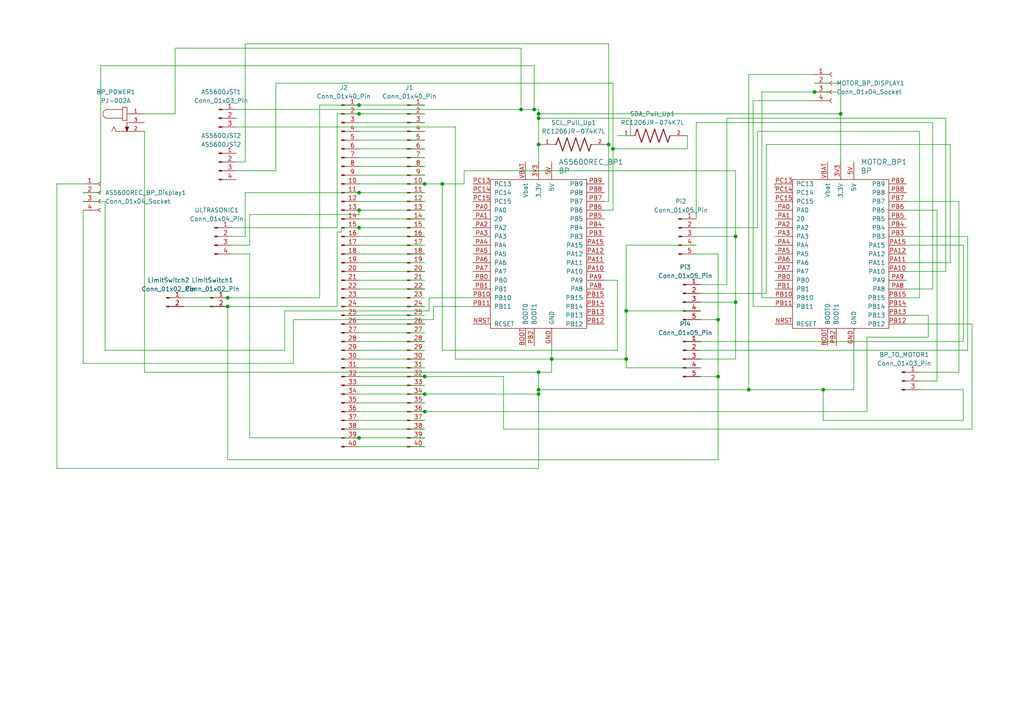
<source format=kicad_sch>
(kicad_sch (version 20230121) (generator eeschema)
  (paper "A4")
  (lib_symbols
    (symbol "BP_1" (pin_names (offset 1.016))
      (property "Reference" "AS5600REC_BP1" (at 5.7659 26.67 0))
      (property "Value" "BP" (at 5.7659 24.13 0))
      (symbol "BP_1_0_1"
        (rectangle (start -13.97 21.59) (end 13.97 -21.59))
      )
      (symbol "BP_1_1_1"
        (pin power_out line (at 0 26.67 270) (length 5.08) (name "3.3V") (number "3V3"))
        (pin power_out line (at 3.81 26.67 270) (length 5.08) (name "5V") (number "5V"))
        (pin input line (at -3.81 -26.67 90) (length 5.08) (name "BOOT0") (number "BOOT"))
        (pin power_out line (at 3.81 -26.67 90) (length 5.08) (name "GND") (number "GND"))
        (pin input line (at -19.05 -20.32 0) (length 5.08) (name "RESET") (number "NRST"))
        (pin bidirectional line (at -19.05 12.7 0) (length 5.08) (name "PA0") (number "PA0"))
        (pin bidirectional line (at -19.05 10.16 0) (length 5.08) (name "20") (number "PA1"))
        (pin bidirectional line (at 19.05 -5.08 180) (length 5.08) (name "PA10") (number "PA10"))
        (pin bidirectional line (at 19.05 -2.54 180) (length 5.08) (name "PA11") (number "PA11"))
        (pin bidirectional line (at 19.05 0 180) (length 5.08) (name "PA12") (number "PA12"))
        (pin bidirectional line (at 19.05 2.54 180) (length 5.08) (name "PA15") (number "PA15"))
        (pin bidirectional line (at -19.05 7.62 0) (length 5.08) (name "PA2") (number "PA2"))
        (pin bidirectional line (at -19.05 5.08 0) (length 5.08) (name "PA3") (number "PA3"))
        (pin bidirectional line (at -19.05 2.54 0) (length 5.08) (name "PA4") (number "PA4"))
        (pin bidirectional line (at -19.05 0 0) (length 5.08) (name "PA5") (number "PA5"))
        (pin bidirectional line (at -19.05 -2.54 0) (length 5.08) (name "PA6") (number "PA6"))
        (pin bidirectional line (at -19.05 -5.08 0) (length 5.08) (name "PA7") (number "PA7"))
        (pin bidirectional line (at 19.05 -10.16 180) (length 5.08) (name "PA8") (number "PA8"))
        (pin bidirectional line (at 19.05 -7.62 180) (length 5.08) (name "PA9") (number "PA9"))
        (pin bidirectional line (at -19.05 -7.62 0) (length 5.08) (name "PB0") (number "PB0"))
        (pin bidirectional line (at -19.05 -10.16 0) (length 5.08) (name "PB1") (number "PB1"))
        (pin bidirectional line (at -19.05 -12.7 0) (length 5.08) (name "PB10") (number "PB10"))
        (pin bidirectional line (at -19.05 -15.24 0) (length 5.08) (name "PB11") (number "PB11"))
        (pin bidirectional line (at 19.05 -20.32 180) (length 5.08) (name "PB12") (number "PB12"))
        (pin bidirectional line (at 19.05 -17.78 180) (length 5.08) (name "PB13") (number "PB13"))
        (pin bidirectional line (at 19.05 -15.24 180) (length 5.08) (name "PB14") (number "PB14"))
        (pin bidirectional line (at 19.05 -12.7 180) (length 5.08) (name "PB15") (number "PB15"))
        (pin input line (at -1.27 -26.67 90) (length 5.08) (name "BOOT1") (number "PB2"))
        (pin bidirectional line (at 19.05 5.08 180) (length 5.08) (name "PB3") (number "PB3"))
        (pin bidirectional line (at 19.05 7.62 180) (length 5.08) (name "PB4") (number "PB4"))
        (pin bidirectional line (at 19.05 10.16 180) (length 5.08) (name "PB5") (number "PB5"))
        (pin bidirectional line (at 19.05 12.7 180) (length 5.08) (name "PB6") (number "PB6"))
        (pin bidirectional line (at 19.05 15.24 180) (length 5.08) (name "PB7") (number "PB7"))
        (pin bidirectional line (at 19.05 17.78 180) (length 5.08) (name "PB8") (number "PB8"))
        (pin bidirectional line (at 19.05 20.32 180) (length 5.08) (name "PB9") (number "PB9"))
        (pin bidirectional line (at -19.05 20.32 0) (length 5.08) (name "PC13") (number "PC13"))
        (pin bidirectional line (at -19.05 17.78 0) (length 5.08) (name "PC14") (number "PC14"))
        (pin bidirectional line (at -19.05 15.24 0) (length 5.08) (name "PC15") (number "PC15"))
        (pin power_in line (at -3.81 26.67 270) (length 5.08) (name "Vbat") (number "VBAT"))
      )
    )
    (symbol "Connector:Conn_01x02_Pin" (pin_names (offset 1.016) hide)
      (property "Reference" "J" (at 0 2.54 0))
      (property "Value" "Conn_01x02_Pin" (at 0 -5.08 0))
      (symbol "Conn_01x02_Pin_1_1"
        (polyline (pts (xy 1.27 -2.54) (xy 0.8636 -2.54)) (stroke (width 0.1524)))
        (polyline (pts (xy 1.27 0) (xy 0.8636 0)) (stroke (width 0.1524)))
        (rectangle (start 0.8636 -2.413) (end 0 -2.667) (stroke (width 0.1524)) (fill (type outline)))
        (rectangle (start 0.8636 0.127) (end 0 -0.127) (stroke (width 0.1524)) (fill (type outline)))
        (pin passive line (at 5.08 0 180) (length 3.81) (name "Pin_1") (number "1"))
        (pin passive line (at 5.08 -2.54 180) (length 3.81) (name "Pin_2") (number "2"))
      )
    )
    (symbol "Connector:Conn_01x03_Pin" (pin_names (offset 1.016) hide)
      (property "Reference" "J" (at 0 5.08 0))
      (property "Value" "Conn_01x03_Pin" (at 0 -5.08 0))
      (symbol "Conn_01x03_Pin_1_1"
        (polyline (pts (xy 1.27 -2.54) (xy 0.8636 -2.54)) (stroke (width 0.1524)))
        (polyline (pts (xy 1.27 0) (xy 0.8636 0)) (stroke (width 0.1524)))
        (polyline (pts (xy 1.27 2.54) (xy 0.8636 2.54)) (stroke (width 0.1524)))
        (rectangle (start 0.8636 -2.413) (end 0 -2.667) (stroke (width 0.1524)) (fill (type outline)))
        (rectangle (start 0.8636 0.127) (end 0 -0.127) (stroke (width 0.1524)) (fill (type outline)))
        (rectangle (start 0.8636 2.667) (end 0 2.413) (stroke (width 0.1524)) (fill (type outline)))
        (pin passive line (at 5.08 2.54 180) (length 3.81) (name "Pin_1") (number "1"))
        (pin passive line (at 5.08 0 180) (length 3.81) (name "Pin_2") (number "2"))
        (pin passive line (at 5.08 -2.54 180) (length 3.81) (name "Pin_3") (number "3"))
      )
    )
    (symbol "Connector:Conn_01x04_Pin" (pin_names (offset 1.016) hide)
      (property "Reference" "J" (at 0 5.08 0))
      (property "Value" "Conn_01x04_Pin" (at 0 -7.62 0))
      (symbol "Conn_01x04_Pin_1_1"
        (polyline (pts (xy 1.27 -5.08) (xy 0.8636 -5.08)) (stroke (width 0.1524)))
        (polyline (pts (xy 1.27 -2.54) (xy 0.8636 -2.54)) (stroke (width 0.1524)))
        (polyline (pts (xy 1.27 0) (xy 0.8636 0)) (stroke (width 0.1524)))
        (polyline (pts (xy 1.27 2.54) (xy 0.8636 2.54)) (stroke (width 0.1524)))
        (rectangle (start 0.8636 -4.953) (end 0 -5.207) (stroke (width 0.1524)) (fill (type outline)))
        (rectangle (start 0.8636 -2.413) (end 0 -2.667) (stroke (width 0.1524)) (fill (type outline)))
        (rectangle (start 0.8636 0.127) (end 0 -0.127) (stroke (width 0.1524)) (fill (type outline)))
        (rectangle (start 0.8636 2.667) (end 0 2.413) (stroke (width 0.1524)) (fill (type outline)))
        (pin passive line (at 5.08 2.54 180) (length 3.81) (name "Pin_1") (number "1"))
        (pin passive line (at 5.08 0 180) (length 3.81) (name "Pin_2") (number "2"))
        (pin passive line (at 5.08 -2.54 180) (length 3.81) (name "Pin_3") (number "3"))
        (pin passive line (at 5.08 -5.08 180) (length 3.81) (name "Pin_4") (number "4"))
      )
    )
    (symbol "Connector:Conn_01x04_Socket" (pin_names (offset 1.016) hide)
      (property "Reference" "J" (at 0 5.08 0))
      (property "Value" "Conn_01x04_Socket" (at 0 -7.62 0))
      (symbol "Conn_01x04_Socket_1_1"
        (arc (start 0 -4.572) (mid -0.5058 -5.08) (end 0 -5.588) (stroke (width 0.1524)))
        (arc (start 0 -2.032) (mid -0.5058 -2.54) (end 0 -3.048) (stroke (width 0.1524)))
        (polyline (pts (xy -1.27 -5.08) (xy -0.508 -5.08)) (stroke (width 0.1524)))
        (polyline (pts (xy -1.27 -2.54) (xy -0.508 -2.54)) (stroke (width 0.1524)))
        (polyline (pts (xy -1.27 0) (xy -0.508 0)) (stroke (width 0.1524)))
        (polyline (pts (xy -1.27 2.54) (xy -0.508 2.54)) (stroke (width 0.1524)))
        (arc (start 0 0.508) (mid -0.5058 0) (end 0 -0.508) (stroke (width 0.1524)))
        (arc (start 0 3.048) (mid -0.5058 2.54) (end 0 2.032) (stroke (width 0.1524)))
        (pin passive line (at -5.08 2.54 0) (length 3.81) (name "Pin_1") (number "1"))
        (pin passive line (at -5.08 0 0) (length 3.81) (name "Pin_2") (number "2"))
        (pin passive line (at -5.08 -2.54 0) (length 3.81) (name "Pin_3") (number "3"))
        (pin passive line (at -5.08 -5.08 0) (length 3.81) (name "Pin_4") (number "4"))
      )
    )
    (symbol "Connector:Conn_01x05_Pin" (pin_names (offset 1.016) hide)
      (property "Reference" "J" (at 0 7.62 0))
      (property "Value" "Conn_01x05_Pin" (at 0 -7.62 0))
      (symbol "Conn_01x05_Pin_1_1"
        (polyline (pts (xy 1.27 -5.08) (xy 0.8636 -5.08)) (stroke (width 0.1524)))
        (polyline (pts (xy 1.27 -2.54) (xy 0.8636 -2.54)) (stroke (width 0.1524)))
        (polyline (pts (xy 1.27 0) (xy 0.8636 0)) (stroke (width 0.1524)))
        (polyline (pts (xy 1.27 2.54) (xy 0.8636 2.54)) (stroke (width 0.1524)))
        (polyline (pts (xy 1.27 5.08) (xy 0.8636 5.08)) (stroke (width 0.1524)))
        (rectangle (start 0.8636 -4.953) (end 0 -5.207) (stroke (width 0.1524)) (fill (type outline)))
        (rectangle (start 0.8636 -2.413) (end 0 -2.667) (stroke (width 0.1524)) (fill (type outline)))
        (rectangle (start 0.8636 0.127) (end 0 -0.127) (stroke (width 0.1524)) (fill (type outline)))
        (rectangle (start 0.8636 2.667) (end 0 2.413) (stroke (width 0.1524)) (fill (type outline)))
        (rectangle (start 0.8636 5.207) (end 0 4.953) (stroke (width 0.1524)) (fill (type outline)))
        (pin passive line (at 5.08 5.08 180) (length 3.81) (name "Pin_1") (number "1"))
        (pin passive line (at 5.08 2.54 180) (length 3.81) (name "Pin_2") (number "2"))
        (pin passive line (at 5.08 0 180) (length 3.81) (name "Pin_3") (number "3"))
        (pin passive line (at 5.08 -2.54 180) (length 3.81) (name "Pin_4") (number "4"))
        (pin passive line (at 5.08 -5.08 180) (length 3.81) (name "Pin_5") (number "5"))
      )
    )
    (symbol "Connector:Conn_01x40_Pin" (pin_names (offset 1.016) hide)
      (property "Reference" "J" (at 0 50.8 0))
      (property "Value" "Conn_01x40_Pin" (at 0 -53.34 0))
      (symbol "Conn_01x40_Pin_1_1"
        (polyline (pts (xy 1.27 -50.8) (xy 0.8636 -50.8)) (stroke (width 0.1524)))
        (polyline (pts (xy 1.27 -48.26) (xy 0.8636 -48.26)) (stroke (width 0.1524)))
        (polyline (pts (xy 1.27 -45.72) (xy 0.8636 -45.72)) (stroke (width 0.1524)))
        (polyline (pts (xy 1.27 -43.18) (xy 0.8636 -43.18)) (stroke (width 0.1524)))
        (polyline (pts (xy 1.27 -40.64) (xy 0.8636 -40.64)) (stroke (width 0.1524)))
        (polyline (pts (xy 1.27 -38.1) (xy 0.8636 -38.1)) (stroke (width 0.1524)))
        (polyline (pts (xy 1.27 -35.56) (xy 0.8636 -35.56)) (stroke (width 0.1524)))
        (polyline (pts (xy 1.27 -33.02) (xy 0.8636 -33.02)) (stroke (width 0.1524)))
        (polyline (pts (xy 1.27 -30.48) (xy 0.8636 -30.48)) (stroke (width 0.1524)))
        (polyline (pts (xy 1.27 -27.94) (xy 0.8636 -27.94)) (stroke (width 0.1524)))
        (polyline (pts (xy 1.27 -25.4) (xy 0.8636 -25.4)) (stroke (width 0.1524)))
        (polyline (pts (xy 1.27 -22.86) (xy 0.8636 -22.86)) (stroke (width 0.1524)))
        (polyline (pts (xy 1.27 -20.32) (xy 0.8636 -20.32)) (stroke (width 0.1524)))
        (polyline (pts (xy 1.27 -17.78) (xy 0.8636 -17.78)) (stroke (width 0.1524)))
        (polyline (pts (xy 1.27 -15.24) (xy 0.8636 -15.24)) (stroke (width 0.1524)))
        (polyline (pts (xy 1.27 -12.7) (xy 0.8636 -12.7)) (stroke (width 0.1524)))
        (polyline (pts (xy 1.27 -10.16) (xy 0.8636 -10.16)) (stroke (width 0.1524)))
        (polyline (pts (xy 1.27 -7.62) (xy 0.8636 -7.62)) (stroke (width 0.1524)))
        (polyline (pts (xy 1.27 -5.08) (xy 0.8636 -5.08)) (stroke (width 0.1524)))
        (polyline (pts (xy 1.27 -2.54) (xy 0.8636 -2.54)) (stroke (width 0.1524)))
        (polyline (pts (xy 1.27 0) (xy 0.8636 0)) (stroke (width 0.1524)))
        (polyline (pts (xy 1.27 2.54) (xy 0.8636 2.54)) (stroke (width 0.1524)))
        (polyline (pts (xy 1.27 5.08) (xy 0.8636 5.08)) (stroke (width 0.1524)))
        (polyline (pts (xy 1.27 7.62) (xy 0.8636 7.62)) (stroke (width 0.1524)))
        (polyline (pts (xy 1.27 10.16) (xy 0.8636 10.16)) (stroke (width 0.1524)))
        (polyline (pts (xy 1.27 12.7) (xy 0.8636 12.7)) (stroke (width 0.1524)))
        (polyline (pts (xy 1.27 15.24) (xy 0.8636 15.24)) (stroke (width 0.1524)))
        (polyline (pts (xy 1.27 17.78) (xy 0.8636 17.78)) (stroke (width 0.1524)))
        (polyline (pts (xy 1.27 20.32) (xy 0.8636 20.32)) (stroke (width 0.1524)))
        (polyline (pts (xy 1.27 22.86) (xy 0.8636 22.86)) (stroke (width 0.1524)))
        (polyline (pts (xy 1.27 25.4) (xy 0.8636 25.4)) (stroke (width 0.1524)))
        (polyline (pts (xy 1.27 27.94) (xy 0.8636 27.94)) (stroke (width 0.1524)))
        (polyline (pts (xy 1.27 30.48) (xy 0.8636 30.48)) (stroke (width 0.1524)))
        (polyline (pts (xy 1.27 33.02) (xy 0.8636 33.02)) (stroke (width 0.1524)))
        (polyline (pts (xy 1.27 35.56) (xy 0.8636 35.56)) (stroke (width 0.1524)))
        (polyline (pts (xy 1.27 38.1) (xy 0.8636 38.1)) (stroke (width 0.1524)))
        (polyline (pts (xy 1.27 40.64) (xy 0.8636 40.64)) (stroke (width 0.1524)))
        (polyline (pts (xy 1.27 43.18) (xy 0.8636 43.18)) (stroke (width 0.1524)))
        (polyline (pts (xy 1.27 45.72) (xy 0.8636 45.72)) (stroke (width 0.1524)))
        (polyline (pts (xy 1.27 48.26) (xy 0.8636 48.26)) (stroke (width 0.1524)))
        (rectangle (start 0.8636 -50.673) (end 0 -50.927) (stroke (width 0.1524)) (fill (type outline)))
        (rectangle (start 0.8636 -48.133) (end 0 -48.387) (stroke (width 0.1524)) (fill (type outline)))
        (rectangle (start 0.8636 -45.593) (end 0 -45.847) (stroke (width 0.1524)) (fill (type outline)))
        (rectangle (start 0.8636 -43.053) (end 0 -43.307) (stroke (width 0.1524)) (fill (type outline)))
        (rectangle (start 0.8636 -40.513) (end 0 -40.767) (stroke (width 0.1524)) (fill (type outline)))
        (rectangle (start 0.8636 -37.973) (end 0 -38.227) (stroke (width 0.1524)) (fill (type outline)))
        (rectangle (start 0.8636 -35.433) (end 0 -35.687) (stroke (width 0.1524)) (fill (type outline)))
        (rectangle (start 0.8636 -32.893) (end 0 -33.147) (stroke (width 0.1524)) (fill (type outline)))
        (rectangle (start 0.8636 -30.353) (end 0 -30.607) (stroke (width 0.1524)) (fill (type outline)))
        (rectangle (start 0.8636 -27.813) (end 0 -28.067) (stroke (width 0.1524)) (fill (type outline)))
        (rectangle (start 0.8636 -25.273) (end 0 -25.527) (stroke (width 0.1524)) (fill (type outline)))
        (rectangle (start 0.8636 -22.733) (end 0 -22.987) (stroke (width 0.1524)) (fill (type outline)))
        (rectangle (start 0.8636 -20.193) (end 0 -20.447) (stroke (width 0.1524)) (fill (type outline)))
        (rectangle (start 0.8636 -17.653) (end 0 -17.907) (stroke (width 0.1524)) (fill (type outline)))
        (rectangle (start 0.8636 -15.113) (end 0 -15.367) (stroke (width 0.1524)) (fill (type outline)))
        (rectangle (start 0.8636 -12.573) (end 0 -12.827) (stroke (width 0.1524)) (fill (type outline)))
        (rectangle (start 0.8636 -10.033) (end 0 -10.287) (stroke (width 0.1524)) (fill (type outline)))
        (rectangle (start 0.8636 -7.493) (end 0 -7.747) (stroke (width 0.1524)) (fill (type outline)))
        (rectangle (start 0.8636 -4.953) (end 0 -5.207) (stroke (width 0.1524)) (fill (type outline)))
        (rectangle (start 0.8636 -2.413) (end 0 -2.667) (stroke (width 0.1524)) (fill (type outline)))
        (rectangle (start 0.8636 0.127) (end 0 -0.127) (stroke (width 0.1524)) (fill (type outline)))
        (rectangle (start 0.8636 2.667) (end 0 2.413) (stroke (width 0.1524)) (fill (type outline)))
        (rectangle (start 0.8636 5.207) (end 0 4.953) (stroke (width 0.1524)) (fill (type outline)))
        (rectangle (start 0.8636 7.747) (end 0 7.493) (stroke (width 0.1524)) (fill (type outline)))
        (rectangle (start 0.8636 10.287) (end 0 10.033) (stroke (width 0.1524)) (fill (type outline)))
        (rectangle (start 0.8636 12.827) (end 0 12.573) (stroke (width 0.1524)) (fill (type outline)))
        (rectangle (start 0.8636 15.367) (end 0 15.113) (stroke (width 0.1524)) (fill (type outline)))
        (rectangle (start 0.8636 17.907) (end 0 17.653) (stroke (width 0.1524)) (fill (type outline)))
        (rectangle (start 0.8636 20.447) (end 0 20.193) (stroke (width 0.1524)) (fill (type outline)))
        (rectangle (start 0.8636 22.987) (end 0 22.733) (stroke (width 0.1524)) (fill (type outline)))
        (rectangle (start 0.8636 25.527) (end 0 25.273) (stroke (width 0.1524)) (fill (type outline)))
        (rectangle (start 0.8636 28.067) (end 0 27.813) (stroke (width 0.1524)) (fill (type outline)))
        (rectangle (start 0.8636 30.607) (end 0 30.353) (stroke (width 0.1524)) (fill (type outline)))
        (rectangle (start 0.8636 33.147) (end 0 32.893) (stroke (width 0.1524)) (fill (type outline)))
        (rectangle (start 0.8636 35.687) (end 0 35.433) (stroke (width 0.1524)) (fill (type outline)))
        (rectangle (start 0.8636 38.227) (end 0 37.973) (stroke (width 0.1524)) (fill (type outline)))
        (rectangle (start 0.8636 40.767) (end 0 40.513) (stroke (width 0.1524)) (fill (type outline)))
        (rectangle (start 0.8636 43.307) (end 0 43.053) (stroke (width 0.1524)) (fill (type outline)))
        (rectangle (start 0.8636 45.847) (end 0 45.593) (stroke (width 0.1524)) (fill (type outline)))
        (rectangle (start 0.8636 48.387) (end 0 48.133) (stroke (width 0.1524)) (fill (type outline)))
        (pin passive line (at 5.08 48.26 180) (length 3.81) (name "Pin_1") (number "1"))
        (pin passive line (at 5.08 25.4 180) (length 3.81) (name "Pin_10") (number "10"))
        (pin passive line (at 5.08 22.86 180) (length 3.81) (name "Pin_11") (number "11"))
        (pin passive line (at 5.08 20.32 180) (length 3.81) (name "Pin_12") (number "12"))
        (pin passive line (at 5.08 17.78 180) (length 3.81) (name "Pin_13") (number "13"))
        (pin passive line (at 5.08 15.24 180) (length 3.81) (name "Pin_14") (number "14"))
        (pin passive line (at 5.08 12.7 180) (length 3.81) (name "Pin_15") (number "15"))
        (pin passive line (at 5.08 10.16 180) (length 3.81) (name "Pin_16") (number "16"))
        (pin passive line (at 5.08 7.62 180) (length 3.81) (name "Pin_17") (number "17"))
        (pin passive line (at 5.08 5.08 180) (length 3.81) (name "Pin_18") (number "18"))
        (pin passive line (at 5.08 2.54 180) (length 3.81) (name "Pin_19") (number "19"))
        (pin passive line (at 5.08 45.72 180) (length 3.81) (name "Pin_2") (number "2"))
        (pin passive line (at 5.08 0 180) (length 3.81) (name "Pin_20") (number "20"))
        (pin passive line (at 5.08 -2.54 180) (length 3.81) (name "Pin_21") (number "21"))
        (pin passive line (at 5.08 -5.08 180) (length 3.81) (name "Pin_22") (number "22"))
        (pin passive line (at 5.08 -7.62 180) (length 3.81) (name "Pin_23") (number "23"))
        (pin passive line (at 5.08 -10.16 180) (length 3.81) (name "Pin_24") (number "24"))
        (pin passive line (at 5.08 -12.7 180) (length 3.81) (name "Pin_25") (number "25"))
        (pin passive line (at 5.08 -15.24 180) (length 3.81) (name "Pin_26") (number "26"))
        (pin passive line (at 5.08 -17.78 180) (length 3.81) (name "Pin_27") (number "27"))
        (pin passive line (at 5.08 -20.32 180) (length 3.81) (name "Pin_28") (number "28"))
        (pin passive line (at 5.08 -22.86 180) (length 3.81) (name "Pin_29") (number "29"))
        (pin passive line (at 5.08 43.18 180) (length 3.81) (name "Pin_3") (number "3"))
        (pin passive line (at 5.08 -25.4 180) (length 3.81) (name "Pin_30") (number "30"))
        (pin passive line (at 5.08 -27.94 180) (length 3.81) (name "Pin_31") (number "31"))
        (pin passive line (at 5.08 -30.48 180) (length 3.81) (name "Pin_32") (number "32"))
        (pin passive line (at 5.08 -33.02 180) (length 3.81) (name "Pin_33") (number "33"))
        (pin passive line (at 5.08 -35.56 180) (length 3.81) (name "Pin_34") (number "34"))
        (pin passive line (at 5.08 -38.1 180) (length 3.81) (name "Pin_35") (number "35"))
        (pin passive line (at 5.08 -40.64 180) (length 3.81) (name "Pin_36") (number "36"))
        (pin passive line (at 5.08 -43.18 180) (length 3.81) (name "Pin_37") (number "37"))
        (pin passive line (at 5.08 -45.72 180) (length 3.81) (name "Pin_38") (number "38"))
        (pin passive line (at 5.08 -48.26 180) (length 3.81) (name "Pin_39") (number "39"))
        (pin passive line (at 5.08 40.64 180) (length 3.81) (name "Pin_4") (number "4"))
        (pin passive line (at 5.08 -50.8 180) (length 3.81) (name "Pin_40") (number "40"))
        (pin passive line (at 5.08 38.1 180) (length 3.81) (name "Pin_5") (number "5"))
        (pin passive line (at 5.08 35.56 180) (length 3.81) (name "Pin_6") (number "6"))
        (pin passive line (at 5.08 33.02 180) (length 3.81) (name "Pin_7") (number "7"))
        (pin passive line (at 5.08 30.48 180) (length 3.81) (name "Pin_8") (number "8"))
        (pin passive line (at 5.08 27.94 180) (length 3.81) (name "Pin_9") (number "9"))
      )
    )
    (symbol "PJ-002A:PJ-002A" (pin_names (offset 1.016))
      (property "Reference" "J" (at -7.6212 5.0808 0))
      (property "Value" "PJ-002A" (at -7.6324 -5.0882 0))
      (symbol "PJ-002A_0_0"
        (arc (start -5.715 3.81) (mid -6.9795 2.54) (end -5.715 1.27) (stroke (width 0.1524)))
        (polyline (pts (xy -5.715 3.81) (xy -1.27 3.81)) (stroke (width 0.1524)))
        (polyline (pts (xy -3.81 -1.27) (xy -4.445 -2.54)) (stroke (width 0.1524)))
        (polyline (pts (xy -3.175 -2.54) (xy -3.81 -1.27)) (stroke (width 0.1524)))
        (polyline (pts (xy -1.27 0.635) (xy 0 0.635)) (stroke (width 0.1524)))
        (polyline (pts (xy -1.27 1.27) (xy -5.715 1.27)) (stroke (width 0.1524)))
        (polyline (pts (xy -1.27 1.27) (xy -1.27 0.635)) (stroke (width 0.1524)))
        (polyline (pts (xy -1.27 3.81) (xy -1.27 1.27)) (stroke (width 0.1524)))
        (polyline (pts (xy -1.27 4.445) (xy -1.27 3.81)) (stroke (width 0.1524)))
        (polyline (pts (xy 0 -2.54) (xy -3.175 -2.54)) (stroke (width 0.1524)))
        (polyline (pts (xy 0 0) (xy 0 -2.54)) (stroke (width 0.1524)))
        (polyline (pts (xy 0 0.635) (xy 0 4.445)) (stroke (width 0.1524)))
        (polyline (pts (xy 0 4.445) (xy -1.27 4.445)) (stroke (width 0.1524)))
        (polyline (pts (xy 0 -2.54) (xy -0.508 -1.27) (xy 0.508 -1.27) (xy 0 -2.54)) (stroke (width 0.1524)) (fill (type outline)))
        (pin passive line (at 5.08 2.54 180) (length 5.08) (name "~") (number "1"))
        (pin passive line (at 5.08 -2.54 180) (length 5.08) (name "~") (number "2"))
        (pin passive line (at 5.08 0 180) (length 5.08) (name "~") (number "3"))
      )
    )
    (symbol "RC1206JR-074K7L:RC1206JR-074K7L" (pin_names (offset 1.016))
      (property "Reference" "R" (at -7.6244 2.5415 0))
      (property "Value" "RC1206JR-074K7L" (at -7.63 -5.0866 0))
      (symbol "RC1206JR-074K7L_0_0"
        (polyline (pts (xy -5.08 0) (xy -4.445 1.905)) (stroke (width 0.254)))
        (polyline (pts (xy -4.445 1.905) (xy -3.175 -1.905)) (stroke (width 0.254)))
        (polyline (pts (xy -3.175 -1.905) (xy -1.905 1.905)) (stroke (width 0.254)))
        (polyline (pts (xy -1.905 1.905) (xy -0.635 -1.905)) (stroke (width 0.254)))
        (polyline (pts (xy -0.635 -1.905) (xy 0.635 1.905)) (stroke (width 0.254)))
        (polyline (pts (xy 0.635 1.905) (xy 1.905 -1.905)) (stroke (width 0.254)))
        (polyline (pts (xy 1.905 -1.905) (xy 3.175 1.905)) (stroke (width 0.254)))
        (polyline (pts (xy 3.175 1.905) (xy 4.445 -1.905)) (stroke (width 0.254)))
        (polyline (pts (xy 4.445 -1.905) (xy 5.08 0)) (stroke (width 0.254)))
        (pin passive line (at -10.16 0 0) (length 5.08) (name "~") (number "1"))
        (pin passive line (at 10.16 0 180) (length 5.08) (name "~") (number "2"))
      )
    )
    (symbol "bp:BP" (pin_names (offset 1.016))
      (property "Reference" "MOTOR_BP1" (at 5.7659 26.67 0))
      (property "Value" "BP" (at 5.7659 24.13 0))
      (symbol "BP_0_1"
        (rectangle (start -13.97 21.59) (end 13.97 -21.59))
      )
      (symbol "BP_1_1"
        (pin power_out line (at 0 26.67 270) (length 5.08) (name "3.3V") (number "3V3"))
        (pin power_out line (at 3.81 26.67 270) (length 5.08) (name "5V") (number "5V"))
        (pin input line (at -3.81 -26.67 90) (length 5.08) (name "BOOT0") (number "BOOT"))
        (pin power_out line (at 3.81 -26.67 90) (length 5.08) (name "GND") (number "GND"))
        (pin input line (at -19.05 -20.32 0) (length 5.08) (name "RESET") (number "NRST"))
        (pin bidirectional line (at -19.05 12.7 0) (length 5.08) (name "PA0") (number "PA0"))
        (pin bidirectional line (at -19.05 10.16 0) (length 5.08) (name "20") (number "PA1"))
        (pin bidirectional line (at 19.05 -5.08 180) (length 5.08) (name "PA10") (number "PA10"))
        (pin bidirectional line (at 19.05 -2.54 180) (length 5.08) (name "PA11") (number "PA11"))
        (pin bidirectional line (at 19.05 0 180) (length 5.08) (name "PA12") (number "PA12"))
        (pin bidirectional line (at 19.05 2.54 180) (length 5.08) (name "PA15") (number "PA15"))
        (pin bidirectional line (at -19.05 7.62 0) (length 5.08) (name "PA2") (number "PA2"))
        (pin bidirectional line (at -19.05 5.08 0) (length 5.08) (name "PA3") (number "PA3"))
        (pin bidirectional line (at -19.05 2.54 0) (length 5.08) (name "PA4") (number "PA4"))
        (pin bidirectional line (at -19.05 0 0) (length 5.08) (name "PA5") (number "PA5"))
        (pin bidirectional line (at -19.05 -2.54 0) (length 5.08) (name "PA6") (number "PA6"))
        (pin bidirectional line (at -19.05 -5.08 0) (length 5.08) (name "PA7") (number "PA7"))
        (pin bidirectional line (at 19.05 -10.16 180) (length 5.08) (name "PA8") (number "PA8"))
        (pin bidirectional line (at 19.05 -7.62 180) (length 5.08) (name "PA9") (number "PA9"))
        (pin bidirectional line (at -19.05 -7.62 0) (length 5.08) (name "PB0") (number "PB0"))
        (pin bidirectional line (at -19.05 -10.16 0) (length 5.08) (name "PB1") (number "PB1"))
        (pin bidirectional line (at -19.05 -12.7 0) (length 5.08) (name "PB10") (number "PB10"))
        (pin bidirectional line (at -19.05 -15.24 0) (length 5.08) (name "PB11") (number "PB11"))
        (pin bidirectional line (at 19.05 -20.32 180) (length 5.08) (name "PB12") (number "PB12"))
        (pin bidirectional line (at 19.05 -17.78 180) (length 5.08) (name "PB13") (number "PB13"))
        (pin bidirectional line (at 19.05 -15.24 180) (length 5.08) (name "PB14") (number "PB14"))
        (pin bidirectional line (at 19.05 -12.7 180) (length 5.08) (name "PB15") (number "PB15"))
        (pin input line (at -1.27 -26.67 90) (length 5.08) (name "BOOT1") (number "PB2"))
        (pin bidirectional line (at 19.05 5.08 180) (length 5.08) (name "PB3") (number "PB3"))
        (pin bidirectional line (at 19.05 7.62 180) (length 5.08) (name "PB4") (number "PB4"))
        (pin bidirectional line (at 19.05 10.16 180) (length 5.08) (name "PB5") (number "PB5"))
        (pin bidirectional line (at 19.05 12.7 180) (length 5.08) (name "PB6") (number "PB6"))
        (pin bidirectional line (at 19.05 15.24 180) (length 5.08) (name "PB7") (number "PB7"))
        (pin bidirectional line (at 19.05 17.78 180) (length 5.08) (name "PB8") (number "PB8"))
        (pin bidirectional line (at 19.05 20.32 180) (length 5.08) (name "PB9") (number "PB9"))
        (pin bidirectional line (at -19.05 20.32 0) (length 5.08) (name "PC13") (number "PC13"))
        (pin bidirectional line (at -19.05 17.78 0) (length 5.08) (name "PC14") (number "PC14"))
        (pin bidirectional line (at -19.05 15.24 0) (length 5.08) (name "PC15") (number "PC15"))
        (pin power_in line (at -3.81 26.67 270) (length 5.08) (name "Vbat") (number "VBAT"))
      )
    )
  )
  (junction (at 181.61 90.17))
  (junction (at 104.14 33.02))
  (junction (at 243.84 33.02))
  (junction (at 208.28 92.71))
  (junction (at 156.21 114.3))
  (junction (at 123.19 114.3))
  (junction (at 104.14 127))
  (junction (at 208.28 109.22))
  (junction (at 154.94 31.75))
  (junction (at 176.53 41.91))
  (junction (at 104.14 66.04))
  (junction (at 238.76 113.03))
  (junction (at 156.21 41.91))
  (junction (at 177.8 43.18))
  (junction (at 213.36 87.63))
  (junction (at 104.14 30.48))
  (junction (at 66.04 86.36))
  (junction (at 104.14 55.88))
  (junction (at 160.02 104.14))
  (junction (at 123.19 53.34))
  (junction (at 66.04 88.9))
  (junction (at 213.36 68.58))
  (junction (at 156.21 33.02))
  (junction (at 128.27 53.34))
  (junction (at 236.22 26.67))
  (junction (at 217.17 113.03))
  (junction (at 156.21 113.03))
  (junction (at 181.61 104.14))
  (junction (at 123.19 119.38))
  (junction (at 156.21 34.29))
  (junction (at 151.13 31.75))
  (junction (at 123.19 109.22))
  (junction (at 104.14 60.96))
  (junction (at 156.21 107.95))
  (wire (pts (xy 85.09 92.71) (xy 85.09 105.41)))
  (wire (pts (xy 104.14 71.12) (xy 123.19 71.12)))
  (wire (pts (xy 219.71 38.1) (xy 266.7 38.1)))
  (wire (pts (xy 177.8 60.96) (xy 175.26 60.96)))
  (wire (pts (xy 278.13 107.95) (xy 266.7 107.95)))
  (wire (pts (xy 279.4 121.92) (xy 238.76 121.92)))
  (wire (pts (xy 104.14 111.76) (xy 123.19 111.76)))
  (wire (pts (xy 97.79 66.04) (xy 97.79 33.02)))
  (wire (pts (xy 104.14 91.44) (xy 123.19 91.44)))
  (wire (pts (xy 104.14 101.6) (xy 123.19 101.6)))
  (wire (pts (xy 104.14 119.38) (xy 123.19 119.38)))
  (wire (pts (xy 104.14 96.52) (xy 123.19 96.52)))
  (wire (pts (xy 176.53 12.7) (xy 176.53 41.91)))
  (wire (pts (xy 236.22 26.67) (xy 242.57 26.67)))
  (wire (pts (xy 50.8 13.97) (xy 151.13 13.97)))
  (wire (pts (xy 266.7 86.36) (xy 262.89 86.36)))
  (wire (pts (xy 213.36 104.14) (xy 213.36 87.63)))
  (wire (pts (xy 181.61 71.12) (xy 181.61 90.17)))
  (wire (pts (xy 156.21 113.03) (xy 156.21 114.3)))
  (wire (pts (xy 82.55 90.17) (xy 82.55 101.6)))
  (wire (pts (xy 201.93 35.56) (xy 270.51 35.56)))
  (wire (pts (xy 222.25 41.91) (xy 275.59 41.91)))
  (wire (pts (xy 270.51 83.82) (xy 262.89 83.82)))
  (wire (pts (xy 104.14 116.84) (xy 123.19 116.84)))
  (wire (pts (xy 175.26 81.28) (xy 179.07 81.28)))
  (wire (pts (xy 262.89 60.96) (xy 271.78 60.96)))
  (wire (pts (xy 104.14 127) (xy 123.19 127)))
  (wire (pts (xy 104.14 104.14) (xy 123.19 104.14)))
  (wire (pts (xy 97.79 88.9) (xy 97.79 67.31)))
  (wire (pts (xy 123.19 109.22) (xy 146.05 109.22)))
  (wire (pts (xy 16.51 53.34) (xy 16.51 135.89)))
  (wire (pts (xy 104.14 99.06) (xy 123.19 99.06)))
  (wire (pts (xy 181.61 104.14) (xy 160.02 104.14)))
  (wire (pts (xy 219.71 66.04) (xy 219.71 38.1)))
  (wire (pts (xy 97.79 67.31) (xy 99.06 67.31)))
  (wire (pts (xy 151.13 31.75) (xy 68.58 31.75)))
  (wire (pts (xy 203.2 85.09) (xy 222.25 85.09)))
  (wire (pts (xy 104.14 62.23) (xy 72.39 62.23)))
  (wire (pts (xy 175.26 58.42) (xy 176.53 58.42)))
  (wire (pts (xy 156.21 114.3) (xy 156.21 135.89)))
  (wire (pts (xy 104.14 83.82) (xy 123.19 83.82)))
  (wire (pts (xy 176.53 41.91) (xy 176.53 58.42)))
  (wire (pts (xy 67.31 66.04) (xy 97.79 66.04)))
  (wire (pts (xy 208.28 133.35) (xy 66.04 133.35)))
  (wire (pts (xy 203.2 90.17) (xy 181.61 90.17)))
  (wire (pts (xy 72.39 127) (xy 104.14 127)))
  (wire (pts (xy 68.58 36.83) (xy 132.08 36.83)))
  (wire (pts (xy 104.14 78.74) (xy 123.19 78.74)))
  (wire (pts (xy 50.8 33.02) (xy 50.8 13.97)))
  (wire (pts (xy 104.14 30.48) (xy 123.19 30.48)))
  (wire (pts (xy 124.46 86.36) (xy 124.46 90.17)))
  (wire (pts (xy 203.2 106.68) (xy 181.61 106.68)))
  (wire (pts (xy 236.22 29.21) (xy 218.44 29.21)))
  (wire (pts (xy 104.14 40.64) (xy 123.19 40.64)))
  (wire (pts (xy 123.19 119.38) (xy 251.46 119.38)))
  (wire (pts (xy 271.78 60.96) (xy 271.78 110.49)))
  (wire (pts (xy 104.14 109.22) (xy 123.19 109.22)))
  (wire (pts (xy 24.13 53.34) (xy 16.51 53.34)))
  (wire (pts (xy 68.58 49.53) (xy 80.01 49.53)))
  (wire (pts (xy 41.91 38.1) (xy 41.91 107.95)))
  (wire (pts (xy 201.93 66.04) (xy 219.71 66.04)))
  (wire (pts (xy 134.62 53.34) (xy 134.62 49.53)))
  (wire (pts (xy 177.8 24.13) (xy 177.8 43.18)))
  (wire (pts (xy 156.21 34.29) (xy 156.21 33.02)))
  (wire (pts (xy 125.73 92.71) (xy 85.09 92.71)))
  (wire (pts (xy 66.04 133.35) (xy 66.04 88.9)))
  (wire (pts (xy 24.13 105.41) (xy 24.13 60.96)))
  (wire (pts (xy 71.12 68.58) (xy 67.31 68.58)))
  (wire (pts (xy 208.28 92.71) (xy 208.28 109.22)))
  (wire (pts (xy 92.71 86.36) (xy 92.71 30.48)))
  (wire (pts (xy 104.14 68.58) (xy 123.19 68.58)))
  (wire (pts (xy 66.04 88.9) (xy 97.79 88.9)))
  (wire (pts (xy 281.94 93.98) (xy 262.89 93.98)))
  (wire (pts (xy 271.78 110.49) (xy 266.7 110.49)))
  (wire (pts (xy 160.02 104.14) (xy 160.02 107.95)))
  (wire (pts (xy 99.06 66.04) (xy 104.14 66.04)))
  (wire (pts (xy 181.61 106.68) (xy 181.61 104.14)))
  (wire (pts (xy 24.13 55.88) (xy 29.21 55.88)))
  (wire (pts (xy 210.82 34.29) (xy 274.32 34.29)))
  (wire (pts (xy 160.02 100.33) (xy 160.02 104.14)))
  (wire (pts (xy 220.98 86.36) (xy 224.79 86.36)))
  (wire (pts (xy 30.48 58.42) (xy 24.13 58.42)))
  (wire (pts (xy 132.08 104.14) (xy 160.02 104.14)))
  (wire (pts (xy 104.14 38.1) (xy 123.19 38.1)))
  (wire (pts (xy 123.19 53.34) (xy 128.27 53.34)))
  (wire (pts (xy 270.51 35.56) (xy 270.51 83.82)))
  (wire (pts (xy 104.14 121.92) (xy 123.19 121.92)))
  (wire (pts (xy 104.14 66.04) (xy 123.19 66.04)))
  (wire (pts (xy 104.14 114.3) (xy 123.19 114.3)))
  (wire (pts (xy 217.17 113.03) (xy 156.21 113.03)))
  (wire (pts (xy 154.94 19.05) (xy 154.94 31.75)))
  (wire (pts (xy 274.32 34.29) (xy 274.32 78.74)))
  (wire (pts (xy 92.71 30.48) (xy 104.14 30.48)))
  (wire (pts (xy 104.14 129.54) (xy 123.19 129.54)))
  (wire (pts (xy 238.76 121.92) (xy 238.76 113.03)))
  (wire (pts (xy 104.14 60.96) (xy 123.19 60.96)))
  (wire (pts (xy 262.89 91.44) (xy 269.24 91.44)))
  (wire (pts (xy 104.14 33.02) (xy 123.19 33.02)))
  (wire (pts (xy 66.04 86.36) (xy 92.71 86.36)))
  (wire (pts (xy 154.94 31.75) (xy 151.13 31.75)))
  (wire (pts (xy 220.98 26.67) (xy 220.98 86.36)))
  (wire (pts (xy 279.4 99.06) (xy 279.4 71.12)))
  (wire (pts (xy 243.84 33.02) (xy 156.21 33.02)))
  (wire (pts (xy 104.14 76.2) (xy 123.19 76.2)))
  (wire (pts (xy 104.14 48.26) (xy 123.19 48.26)))
  (wire (pts (xy 281.94 124.46) (xy 281.94 93.98)))
  (wire (pts (xy 210.82 82.55) (xy 210.82 34.29)))
  (wire (pts (xy 104.14 88.9) (xy 123.19 88.9)))
  (wire (pts (xy 104.14 60.96) (xy 104.14 62.23)))
  (wire (pts (xy 134.62 49.53) (xy 213.36 49.53)))
  (wire (pts (xy 41.91 107.95) (xy 156.21 107.95)))
  (wire (pts (xy 217.17 21.59) (xy 217.17 113.03)))
  (wire (pts (xy 177.8 43.18) (xy 199.39 43.18)))
  (wire (pts (xy 99.06 67.31) (xy 99.06 66.04)))
  (wire (pts (xy 104.14 50.8) (xy 123.19 50.8)))
  (wire (pts (xy 125.73 88.9) (xy 125.73 92.71)))
  (wire (pts (xy 156.21 107.95) (xy 156.21 113.03)))
  (wire (pts (xy 97.79 33.02) (xy 104.14 33.02)))
  (wire (pts (xy 247.65 113.03) (xy 238.76 113.03)))
  (wire (pts (xy 72.39 127) (xy 72.39 73.66)))
  (wire (pts (xy 104.14 86.36) (xy 123.19 86.36)))
  (wire (pts (xy 203.2 99.06) (xy 279.4 99.06)))
  (wire (pts (xy 269.24 91.44) (xy 269.24 97.79)))
  (wire (pts (xy 156.21 41.91) (xy 156.21 46.99)))
  (wire (pts (xy 53.34 86.36) (xy 66.04 86.36)))
  (wire (pts (xy 269.24 97.79) (xy 251.46 97.79)))
  (wire (pts (xy 85.09 105.41) (xy 24.13 105.41)))
  (wire (pts (xy 181.61 71.12) (xy 201.93 71.12)))
  (wire (pts (xy 104.14 124.46) (xy 123.19 124.46)))
  (wire (pts (xy 104.14 58.42) (xy 123.19 58.42)))
  (wire (pts (xy 104.14 45.72) (xy 123.19 45.72)))
  (wire (pts (xy 279.4 113.03) (xy 279.4 121.92)))
  (wire (pts (xy 156.21 107.95) (xy 160.02 107.95)))
  (wire (pts (xy 80.01 49.53) (xy 80.01 24.13)))
  (wire (pts (xy 218.44 29.21) (xy 218.44 88.9)))
  (wire (pts (xy 71.12 55.88) (xy 71.12 68.58)))
  (wire (pts (xy 124.46 90.17) (xy 82.55 90.17)))
  (wire (pts (xy 132.08 36.83) (xy 132.08 104.14)))
  (wire (pts (xy 177.8 43.18) (xy 177.8 60.96)))
  (wire (pts (xy 203.2 82.55) (xy 210.82 82.55)))
  (wire (pts (xy 104.14 63.5) (xy 123.19 63.5)))
  (wire (pts (xy 213.36 87.63) (xy 213.36 68.58)))
  (wire (pts (xy 278.13 58.42) (xy 278.13 107.95)))
  (wire (pts (xy 243.84 24.13) (xy 243.84 33.02)))
  (wire (pts (xy 146.05 109.22) (xy 146.05 124.46)))
  (wire (pts (xy 53.34 88.9) (xy 66.04 88.9)))
  (wire (pts (xy 275.59 41.91) (xy 275.59 76.2)))
  (wire (pts (xy 199.39 39.37) (xy 199.39 43.18)))
  (wire (pts (xy 208.28 109.22) (xy 208.28 133.35)))
  (wire (pts (xy 203.2 87.63) (xy 213.36 87.63)))
  (wire (pts (xy 104.14 93.98) (xy 123.19 93.98)))
  (wire (pts (xy 220.98 26.67) (xy 236.22 26.67)))
  (wire (pts (xy 266.7 113.03) (xy 279.4 113.03)))
  (wire (pts (xy 104.14 43.18) (xy 123.19 43.18)))
  (wire (pts (xy 104.14 73.66) (xy 123.19 73.66)))
  (wire (pts (xy 179.07 81.28) (xy 179.07 101.6)))
  (wire (pts (xy 203.2 109.22) (xy 208.28 109.22)))
  (wire (pts (xy 29.21 55.88) (xy 29.21 19.05)))
  (wire (pts (xy 156.21 34.29) (xy 156.21 41.91)))
  (wire (pts (xy 222.25 85.09) (xy 222.25 41.91)))
  (wire (pts (xy 236.22 21.59) (xy 217.17 21.59)))
  (wire (pts (xy 201.93 63.5) (xy 201.93 35.56)))
  (wire (pts (xy 156.21 31.75) (xy 154.94 31.75)))
  (wire (pts (xy 182.88 34.29) (xy 182.88 39.37)))
  (wire (pts (xy 203.2 101.6) (xy 280.67 101.6)))
  (wire (pts (xy 279.4 71.12) (xy 262.89 71.12)))
  (wire (pts (xy 243.84 33.02) (xy 243.84 46.99)))
  (wire (pts (xy 16.51 135.89) (xy 156.21 135.89)))
  (wire (pts (xy 67.31 73.66) (xy 72.39 73.66)))
  (wire (pts (xy 104.14 35.56) (xy 123.19 35.56)))
  (wire (pts (xy 72.39 62.23) (xy 72.39 71.12)))
  (wire (pts (xy 213.36 68.58) (xy 213.36 49.53)))
  (wire (pts (xy 262.89 58.42) (xy 278.13 58.42)))
  (wire (pts (xy 137.16 88.9) (xy 125.73 88.9)))
  (wire (pts (xy 203.2 104.14) (xy 213.36 104.14)))
  (wire (pts (xy 104.14 53.34) (xy 123.19 53.34)))
  (wire (pts (xy 123.19 114.3) (xy 156.21 114.3)))
  (wire (pts (xy 71.12 12.7) (xy 71.12 46.99)))
  (wire (pts (xy 266.7 38.1) (xy 266.7 86.36)))
  (wire (pts (xy 208.28 73.66) (xy 208.28 92.71)))
  (wire (pts (xy 218.44 88.9) (xy 224.79 88.9)))
  (wire (pts (xy 104.14 81.28) (xy 123.19 81.28)))
  (wire (pts (xy 201.93 68.58) (xy 213.36 68.58)))
  (wire (pts (xy 146.05 124.46) (xy 281.94 124.46)))
  (wire (pts (xy 238.76 113.03) (xy 217.17 113.03)))
  (wire (pts (xy 201.93 73.66) (xy 208.28 73.66)))
  (wire (pts (xy 280.67 68.58) (xy 262.89 68.58)))
  (wire (pts (xy 247.65 100.33) (xy 247.65 113.03)))
  (wire (pts (xy 181.61 90.17) (xy 181.61 104.14)))
  (wire (pts (xy 236.22 24.13) (xy 243.84 24.13)))
  (wire (pts (xy 224.79 54.61) (xy 224.79 53.34)))
  (wire (pts (xy 82.55 101.6) (xy 30.48 101.6)))
  (wire (pts (xy 104.14 55.88) (xy 71.12 55.88)))
  (wire (pts (xy 41.91 33.02) (xy 50.8 33.02)))
  (wire (pts (xy 128.27 53.34) (xy 134.62 53.34)))
  (wire (pts (xy 182.88 34.29) (xy 156.21 34.29)))
  (wire (pts (xy 179.07 101.6) (xy 128.27 101.6)))
  (wire (pts (xy 203.2 92.71) (xy 208.28 92.71)))
  (wire (pts (xy 275.59 76.2) (xy 262.89 76.2)))
  (wire (pts (xy 151.13 13.97) (xy 151.13 31.75)))
  (wire (pts (xy 80.01 24.13) (xy 177.8 24.13)))
  (wire (pts (xy 104.14 106.68) (xy 123.19 106.68)))
  (wire (pts (xy 128.27 101.6) (xy 128.27 53.34)))
  (wire (pts (xy 30.48 101.6) (xy 30.48 58.42)))
  (wire (pts (xy 156.21 33.02) (xy 156.21 31.75)))
  (wire (pts (xy 274.32 78.74) (xy 262.89 78.74)))
  (wire (pts (xy 251.46 97.79) (xy 251.46 119.38)))
  (wire (pts (xy 29.21 19.05) (xy 154.94 19.05)))
  (wire (pts (xy 179.07 39.37) (xy 182.88 39.37)))
  (wire (pts (xy 280.67 101.6) (xy 280.67 68.58)))
  (wire (pts (xy 137.16 86.36) (xy 124.46 86.36)))
  (wire (pts (xy 71.12 46.99) (xy 68.58 46.99)))
  (wire (pts (xy 176.53 12.7) (xy 71.12 12.7)))
  (wire (pts (xy 104.14 55.88) (xy 123.19 55.88)))
  (wire (pts (xy 67.31 71.12) (xy 72.39 71.12)))
  (symbol (lib_id "Connector:Conn_01x04_Pin") (at 62.23 68.58 0) (unit 1)
    (property "Reference" "ULTRASONIC1" (at 62.865 60.96 0))
    (property "Value" "Conn_01x04_Pin" (at 62.865 63.5 0))
    (property "Footprint" "Connector_JST:JST_EH_B4B-EH-A_1x04_P2.50mm_Vertical" (effects hide))
  )
  (symbol (lib_id "bp:BP") (at 243.84 73.66 0) (unit 1)
    (property "Reference" "MOTOR_BP1" (at 249.6059 46.99 0) (effects (font (size 1.524 1.524)) (justify left)))
    (property "Value" "BP" (at 249.6059 49.53 0) (effects (font (size 1.524 1.524)) (justify left)))
    (property "Footprint" "chinabluepill:ChinaBluePill" (effects hide))
    (property "Datasheet" "https://www.electronicshub.org/getting-started-with-stm32f103c8t6-blue-pill/" (effects hide))
  )
  (symbol (lib_id "PJ-002A:PJ-002A") (at 36.83 35.56 0) (unit 1)
    (property "Reference" "BP_POWER1" (at 33.5942 26.67 0))
    (property "Value" "PJ-002A" (at 33.5942 29.21 0))
    (property "Footprint" "PJ-002A:CUI_PJ-002A" (effects hide))
    (property "DigiKey_Part_Number" "CP-002A-ND" (effects hide))
    (property "MF" "CUI Devices" (effects hide))
    (property "Purchase-URL" "https://pricing.snapeda.com/search?q=PJ-002A&ref=eda" (effects hide))
    (property "Package" "None" (effects hide))
    (property "Check_prices" "https://www.snapeda.com/parts/PJ-002A/CUI+Devices/view-part/?ref=eda" (effects hide))
    (property "STANDARD" "Manufacturer recommendations" (effects hide))
    (property "SnapEDA_Link" "https://www.snapeda.com/parts/PJ-002A/CUI+Devices/view-part/?ref=snap" (effects hide))
    (property "MP" "PJ-002A" (effects hide))
    (property "Description" "2.0 x 6.5 mm, 2.5 A, Horizontal, Through Hole, Dc Power Jack Connector" (effects hide))
    (property "CUI_purchase_URL" "https://www.cuidevices.com/product/interconnect/connectors/dc-power-connectors/jacks/pj-002a?utm_source=snapeda.com&utm_medium=referral&utm_campaign=snapedaBOM" (effects hide))
    (property "MANUFACTURER" "CUI INC" (effects hide))
  )
  (symbol (lib_id "Connector:Conn_01x40_Pin") (at 118.11 78.74 0) (unit 1)
    (property "Reference" "J1" (at 118.745 25.4 0))
    (property "Value" "Conn_01x40_Pin" (at 118.745 27.94 0))
    (property "Footprint" "20_pin_header_kicad:TE_7-146256-0" (effects hide))
  )
  (symbol (lib_id "Connector:Conn_01x03_Pin") (at 63.5 34.29 0) (unit 1)
    (property "Reference" "AS5600JST1" (at 64.135 26.67 0))
    (property "Value" "Conn_01x03_Pin" (at 64.135 29.21 0))
    (property "Footprint" "Connector_JST:JST_EH_B3B-EH-A_1x03_P2.50mm_Vertical" (effects hide))
  )
  (symbol (lib_id "Connector:Conn_01x05_Pin") (at 198.12 104.14 0) (unit 1)
    (property "Reference" "Pi4" (at 198.755 93.98 0))
    (property "Value" "Conn_01x05_Pin" (at 198.755 96.52 0))
    (property "Footprint" "Connector_JST:JST_EH_B5B-EH-A_1x05_P2.50mm_Vertical" (effects hide))
  )
  (symbol (lib_id "RC1206JR-074K7L:RC1206JR-074K7L") (at 189.23 39.37 0) (unit 1)
    (property "Reference" "SDA_Pull_Up1" (at 189.23 33.02 0))
    (property "Value" "RC1206JR-074K7L" (at 189.23 35.56 0))
    (property "Footprint" "RC1206JR-074K7L:RESC3116X65N" (effects hide))
    (property "DigiKey_Part_Number" "311-4.7KERTR-ND" (effects hide))
    (property "MF" "Yageo" (effects hide))
    (property "Purchase-URL" "https://pricing.snapeda.com/search?q=RC1206JR-074K7L&ref=eda" (effects hide))
    (property "Package" "3116 Yageo" (effects hide))
    (property "SnapEDA_Link" "https://www.snapeda.com/parts/RC1206JR-074K7L/Yageo/view-part/?ref=snap" (effects hide))
    (property "MP" "RC1206JR-074K7L" (effects hide))
    (property "Description" "\n4.7 kOhms ±5% 0.25W, 1/4W Chip Resistor 1206 (3216 Metric) Moisture Resistant Thick Film\n" (effects hide))
    (property "Check_prices" "https://www.snapeda.com/parts/RC1206JR-074K7L/Yageo/view-part/?ref=eda" (effects hide))
  )
  (symbol (lib_id "Connector:Conn_01x04_Pin") (at 63.5 46.99 0) (unit 1)
    (property "Reference" "AS5600JST2" (at 64.135 39.37 0))
    (property "Value" "AS5600JST2" (at 64.135 41.91 0))
    (property "Footprint" "Connector_JST:JST_EH_B4B-EH-A_1x04_P2.50mm_Vertical" (effects hide))
  )
  (symbol (lib_name "BP_1") (lib_id "bp:BP") (at 156.21 73.66 0) (unit 1)
    (property "Reference" "AS5600REC_BP1" (at 161.9759 46.99 0) (effects (font (size 1.524 1.524)) (justify left)))
    (property "Value" "BP" (at 161.9759 49.53 0) (effects (font (size 1.524 1.524)) (justify left)))
    (property "Footprint" "chinabluepill:ChinaBluePill" (effects hide))
    (property "Datasheet" "https://www.electronicshub.org/getting-started-with-stm32f103c8t6-blue-pill/" (effects hide))
  )
  (symbol (lib_id "Connector:Conn_01x05_Pin") (at 196.85 68.58 0) (unit 1)
    (property "Reference" "Pi2" (at 197.485 58.42 0))
    (property "Value" "Conn_01x05_Pin" (at 197.485 60.96 0))
    (property "Footprint" "Connector_JST:JST_EH_B5B-EH-A_1x05_P2.50mm_Vertical" (effects hide))
  )
  (symbol (lib_id "Connector:Conn_01x04_Socket") (at 241.3 24.13 0) (unit 1)
    (property "Reference" "MOTOR_BP_DISPLAY1" (at 242.57 24.13 0) (effects (justify left)))
    (property "Value" "Conn_01x04_Socket" (at 242.57 26.67 0) (effects (justify left)))
    (property "Footprint" "Connector_PinSocket_2.54mm:PinSocket_1x04_P2.54mm_Vertical" (effects hide))
  )
  (symbol (lib_id "Connector:Conn_01x05_Pin") (at 198.12 87.63 0) (unit 1)
    (property "Reference" "Pi3" (at 198.755 77.47 0))
    (property "Value" "Conn_01x05_Pin" (at 198.755 80.01 0))
    (property "Footprint" "Connector_JST:JST_EH_B5B-EH-A_1x05_P2.50mm_Vertical" (effects hide))
  )
  (symbol (lib_id "Connector:Conn_01x04_Socket") (at 29.21 55.88 0) (unit 1)
    (property "Reference" "AS5600REC_BP_Display1" (at 30.48 55.88 0) (effects (justify left)))
    (property "Value" "Conn_01x04_Socket" (at 30.48 58.42 0) (effects (justify left)))
    (property "Footprint" "Connector_PinSocket_2.54mm:PinSocket_1x04_P2.54mm_Vertical" (effects hide))
  )
  (symbol (lib_id "Connector:Conn_01x03_Pin") (at 261.62 110.49 0) (unit 1)
    (property "Reference" "BP_TO_MOTOR1" (at 262.255 102.87 0))
    (property "Value" "Conn_01x03_Pin" (at 262.255 105.41 0))
    (property "Footprint" "Connector_JST:JST_EH_B3B-EH-A_1x03_P2.50mm_Vertical" (effects hide))
  )
  (symbol (lib_id "Connector:Conn_01x02_Pin") (at 60.96 86.36 0) (unit 1)
    (property "Reference" "LimitSwitch1" (at 61.595 81.28 0))
    (property "Value" "Conn_01x02_Pin" (at 61.595 83.82 0))
    (property "Footprint" "Connector_JST:JST_EH_B2B-EH-A_1x02_P2.50mm_Vertical" (effects hide))
  )
  (symbol (lib_id "Connector:Conn_01x02_Pin") (at 48.26 86.36 0) (unit 1)
    (property "Reference" "LimitSwitch2" (at 48.895 81.28 0))
    (property "Value" "Conn_01x02_Pin" (at 48.895 83.82 0))
    (property "Footprint" "Connector_JST:JST_EH_B2B-EH-A_1x02_P2.50mm_Vertical" (effects hide))
  )
  (symbol (lib_id "RC1206JR-074K7L:RC1206JR-074K7L") (at 166.37 41.91 0) (unit 1)
    (property "Reference" "SCL_Pull_Up1" (at 166.37 35.56 0))
    (property "Value" "RC1206JR-074K7L" (at 166.37 38.1 0))
    (property "Footprint" "RC1206JR-074K7L:RESC3116X65N" (effects hide))
    (property "DigiKey_Part_Number" "311-4.7KERTR-ND" (effects hide))
    (property "MF" "Yageo" (effects hide))
    (property "Purchase-URL" "https://pricing.snapeda.com/search?q=RC1206JR-074K7L&ref=eda" (effects hide))
    (property "Package" "3116 Yageo" (effects hide))
    (property "SnapEDA_Link" "https://www.snapeda.com/parts/RC1206JR-074K7L/Yageo/view-part/?ref=snap" (effects hide))
    (property "MP" "RC1206JR-074K7L" (effects hide))
    (property "Description" "\n4.7 kOhms ±5% 0.25W, 1/4W Chip Resistor 1206 (3216 Metric) Moisture Resistant Thick Film\n" (effects hide))
    (property "Check_prices" "https://www.snapeda.com/parts/RC1206JR-074K7L/Yageo/view-part/?ref=eda" (effects hide))
  )
  (symbol (lib_id "Connector:Conn_01x40_Pin") (at 99.06 78.74 0) (unit 1)
    (property "Reference" "J2" (at 99.695 25.4 0))
    (property "Value" "Conn_01x40_Pin" (at 99.695 27.94 0))
    (property "Footprint" "20_pin_header_kicad:TE_7-146256-0" (effects hide))
  )
)
</source>
